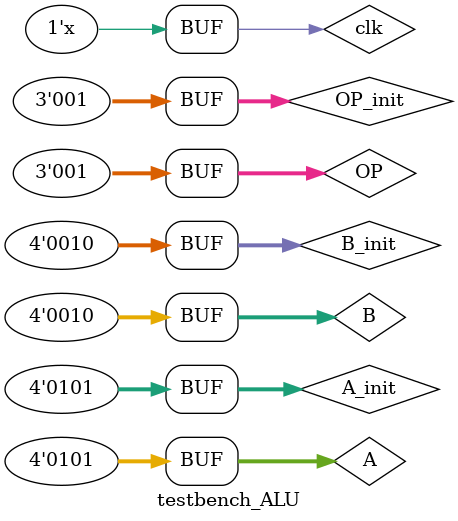
<source format=v>
module testbench_ALU();

// Instantiate the ALU module
ALU_4bit ALU_inst (
.A(4'b0010), // Input A (Example value: 2)
.B(4'b0101), // Input B (Example value: 5)
.OP(3'b000), // Set the operation (Example: 000 for addition)
.Result() // Output of the ALU
);

// Clock generation
reg clk = 0;
always #5 clk = ~clk;

// Initializations
reg [3:0] A_init;
reg [3:0] B_init;
reg [2:0] OP_init;

reg [3:0] A; // 4-bit input A
reg [3:0] B; // 4-bit input B
reg [2:0] OP;// 3-bit control

initial begin
$display("Time\tA\tB\tOP\tResult");
$display(" - - - - - - - - - - - - - - -");

// Test Case 1: Addition
A_init = 4'b0010;
B_init = 4'b0101;
OP_init = 3'b000;

$monitor("%t\t%b\t%b\t%b\t%b", $time, A_init, B_init, OP_init, ALU_inst.Result);
A = A_init;
B = B_init;
OP = OP_init;

// Test Case 2: Subtraction
A_init = 4'b0101;
B_init = 4'b0010;
OP_init = 3'b001;

$monitor("%t\t%b\t%b\t%b\t%b", $time, A_init, B_init, OP_init, ALU_inst.Result);
A = A_init;
B = B_init;
OP = OP_init;

// Additional test cases can be added here

end

initial begin
$dumpvars;
$dumpfile("dump.vcd");
end

endmodule
</source>
